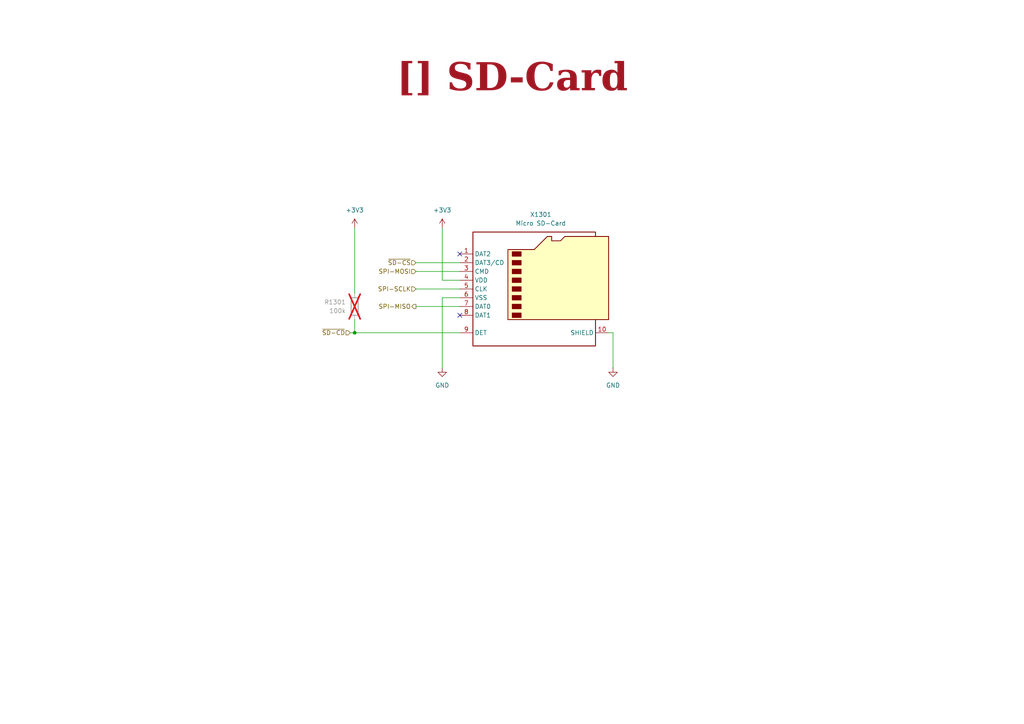
<source format=kicad_sch>
(kicad_sch (version 20250114) (generator "eeschema") (generator_version "9.0")
  (paper "A4")
  (title_block (title "SD-Card") (date "2025-12-19") (rev "1") (company "${COMPANY}"))
  (lib_symbols
    (symbol "Connector:Micro_SD_Card_Det1"
      (property "Reference" "J" (at -16.51 17.78 0))
      (property "Value" "Micro_SD_Card_Det1" (at 16.51 17.78 0))
      (symbol "Micro_SD_Card_Det1_0_1"
        (polyline (pts (xy -8.89 -8.89) (xy -8.89 11.43) (xy -1.27 11.43) (xy 2.54 15.24) (xy 3.81 15.24) (xy 3.81 13.97) (xy 6.35 13.97) (xy 7.62 15.24) (xy 20.32 15.24) (xy 20.32 -8.89) (xy -8.89 -8.89)) (stroke (width 0.254)) (fill (type background)))
        (rectangle (start -7.62 10.795) (end -5.08 9.525) (stroke (width 0.254)) (fill (type outline)))
        (rectangle (start -7.62 8.255) (end -5.08 6.985) (stroke (width 0.254)) (fill (type outline)))
        (rectangle (start -7.62 5.715) (end -5.08 4.445) (stroke (width 0.254)) (fill (type outline)))
        (rectangle (start -7.62 3.175) (end -5.08 1.905) (stroke (width 0.254)) (fill (type outline)))
        (rectangle (start -7.62 0.635) (end -5.08 -0.635) (stroke (width 0.254)) (fill (type outline)))
        (rectangle (start -7.62 -1.905) (end -5.08 -3.175) (stroke (width 0.254)) (fill (type outline)))
        (rectangle (start -7.62 -4.445) (end -5.08 -5.715) (stroke (width 0.254)) (fill (type outline)))
        (rectangle (start -7.62 -6.985) (end -5.08 -8.255) (stroke (width 0.254)) (fill (type outline)))
        (polyline (pts (xy 16.51 15.24) (xy 16.51 16.51) (xy -19.05 16.51) (xy -19.05 -16.51) (xy 16.51 -16.51) (xy 16.51 -8.89)) (stroke (width 0.254)))
      )
      (symbol "Micro_SD_Card_Det1_1_1"
        (pin bidirectional line (at -22.86 10.16 0) (length 3.81) (name "DAT2") (number "1"))
        (pin bidirectional line (at -22.86 7.62 0) (length 3.81) (name "DAT3/CD") (number "2"))
        (pin input line (at -22.86 5.08 0) (length 3.81) (name "CMD") (number "3"))
        (pin power_in line (at -22.86 2.54 0) (length 3.81) (name "VDD") (number "4"))
        (pin input line (at -22.86 0 0) (length 3.81) (name "CLK") (number "5"))
        (pin power_in line (at -22.86 -2.54 0) (length 3.81) (name "VSS") (number "6"))
        (pin bidirectional line (at -22.86 -5.08 0) (length 3.81) (name "DAT0") (number "7"))
        (pin bidirectional line (at -22.86 -7.62 0) (length 3.81) (name "DAT1") (number "8"))
        (pin passive line (at -22.86 -12.7 0) (length 3.81) (name "DET") (number "9"))
        (pin passive line (at 20.32 -12.7 180) (length 3.81) (name "SHIELD") (number "10"))
      )
    )
    (symbol "Device:R" (pin_numbers (hide yes)) (pin_names (offset 0))
      (property "Reference" "R" (at 2.032 0 90))
      (property "Value" "R" (at 0 0 90))
      (symbol "R_0_1"
        (rectangle (start -1.016 -2.54) (end 1.016 2.54) (stroke (width 0.254)))
      )
      (symbol "R_1_1"
        (pin passive line (at 0 3.81 270) (length 1.27) (name "~") (number "1"))
        (pin passive line (at 0 -3.81 90) (length 1.27) (name "~") (number "2"))
      )
    )
    (symbol "power:+3V3" (power) (pin_numbers (hide yes)) (pin_names (offset 0) (hide yes))
      (property "Value" "+3V3" (at 0 3.556 0))
      (symbol "+3V3_0_1"
        (polyline (pts (xy -0.762 1.27) (xy 0 2.54)))
        (polyline (pts (xy 0 2.54) (xy 0.762 1.27)))
        (polyline (pts (xy 0 0) (xy 0 2.54)))
      )
      (symbol "+3V3_1_1"
        (pin power_in line (at 0 0 90) (length 0) (name "~") (number "1"))
      )
    )
    (symbol "power:GND" (power) (pin_numbers (hide yes)) (pin_names (offset 0) (hide yes))
      (property "Value" "GND" (at 0 -3.81 0))
      (symbol "GND_0_1"
        (polyline (pts (xy 0 0) (xy 0 -1.27) (xy 1.27 -1.27) (xy 0 -2.54) (xy -1.27 -1.27) (xy 0 -1.27)))
      )
      (symbol "GND_1_1"
        (pin power_in line (at 0 0 270) (length 0) (name "~") (number "1"))
      )
    )
  )
  (text_box "[${#}] ${TITLE}" (at 12.7 12.7 0) (size 271.78 20.32) (margins 5.9999 5.9999 5.9999 5.9999) (stroke (width -0.0001)) (effects (font (size 8 8) (thickness 1.2) (bold yes))))
  (junction (at 102.87 96.52))
  (no_connect (at 133.35 73.66))
  (no_connect (at 133.35 91.44))
  (wire (pts (xy 120.65 76.2) (xy 133.35 76.2)))
  (wire (pts (xy 102.87 96.52) (xy 102.87 92.71)))
  (wire (pts (xy 101.6 96.52) (xy 102.87 96.52)))
  (wire (pts (xy 133.35 86.36) (xy 128.27 86.36)))
  (wire (pts (xy 102.87 66.04) (xy 102.87 85.09)))
  (wire (pts (xy 120.65 78.74) (xy 133.35 78.74)))
  (wire (pts (xy 120.65 83.82) (xy 133.35 83.82)))
  (wire (pts (xy 176.53 96.52) (xy 177.8 96.52)))
  (wire (pts (xy 133.35 96.52) (xy 102.87 96.52)))
  (wire (pts (xy 133.35 81.28) (xy 128.27 81.28)))
  (wire (pts (xy 120.65 88.9) (xy 133.35 88.9)))
  (wire (pts (xy 177.8 96.52) (xy 177.8 106.68)))
  (wire (pts (xy 128.27 86.36) (xy 128.27 106.68)))
  (wire (pts (xy 128.27 81.28) (xy 128.27 66.04)))
  (hierarchical_label "~{SD-CS}" (shape input) (at 120.65 76.2 180))
  (hierarchical_label "SPI-MOSI" (shape input) (at 120.65 78.74 180))
  (hierarchical_label "SPI-SCLK" (shape input) (at 120.65 83.82 180))
  (hierarchical_label "~{SD-CD}" (shape input) (at 101.6 96.52 180))
  (hierarchical_label "SPI-MISO" (shape output) (at 120.65 88.9 180))
  (symbol (lib_id "power:+3V3") (at 128.27 66.04 0) (unit 1)
    (property "Reference" "#PWR01302" (effects (hide yes)))
    (property "Value" "+3V3" (at 128.27 60.96 0))
    (property "Description" "Power symbol creates a global label with name \"+3V3\"" (effects (hide yes)))
  )
  (symbol (lib_id "power:GND") (at 177.8 106.68 0) (unit 1)
    (property "Reference" "#PWR01304" (effects (hide yes)))
    (property "Value" "GND" (at 177.8 111.76 0))
    (property "Description" "Power symbol creates a global label with name \"GND\" , ground" (effects (hide yes)))
  )
  (symbol (lib_id "power:GND") (at 128.27 106.68 0) (unit 1)
    (property "Reference" "#PWR01303" (effects (hide yes)))
    (property "Value" "GND" (at 128.27 111.76 0))
    (property "Description" "Power symbol creates a global label with name \"GND\" , ground" (effects (hide yes)))
  )
  (symbol (lib_id "Device:R") (at 102.87 88.9 0) (mirror x) (unit 1) (in_bom no) (dnp yes)
    (property "Reference" "R1301" (at 100.33 87.6299 0) (effects (justify right)))
    (property "Value" "100k" (at 100.33 90.1699 0) (effects (justify right)))
    (property "Footprint" "Resistor_SMD:R_0603_1608Metric" (effects (hide yes)))
    (property "Datasheet" "https://www.mouser.de/datasheet/2/54/cr-1858361.pdf" (effects (hide yes)))
    (property "Description" "Resistor" (effects (hide yes)))
    (property "manf" "Bourns" (effects (hide yes)))
    (property "manf#" "CR0603-JW-104ELF" (effects (hide yes)))
    (property "mouser#" "652-CR0603-JW-104ELF" (effects (hide yes)))
  )
  (symbol (lib_id "Connector:Micro_SD_Card_Det1") (at 156.21 83.82 0) (unit 1)
    (property "Reference" "X1301" (at 156.845 62.23 0))
    (property "Value" "Micro SD-Card" (at 156.845 64.77 0))
    (property "Footprint" "Connector_Card:microSD_HC_Hirose_DM3BT-DSF-PEJS" (effects (hide yes)))
    (property "Datasheet" "https://datasheet.lcsc.com/lcsc/2110151630_XKB-Connectivity-XKTF-015-N_C381082.pdf" (effects (hide yes)))
    (property "Description" "Micro SD Card Socket with one card detection pin" (effects (hide yes)))
    (property "manf" "Hirose Connector" (effects (hide yes)))
    (property "manf#" "DM3BT-DSF-PEJS" (effects (hide yes)))
    (property "mouser#" "798-DM3BT-DSF-PEJS" (effects (hide yes)))
  )
  (symbol (lib_id "power:+3V3") (at 102.87 66.04 0) (unit 1)
    (property "Reference" "#PWR01301" (effects (hide yes)))
    (property "Value" "+3V3" (at 102.87 60.96 0))
    (property "Description" "Power symbol creates a global label with name \"+3V3\"" (effects (hide yes)))
  )
)
</source>
